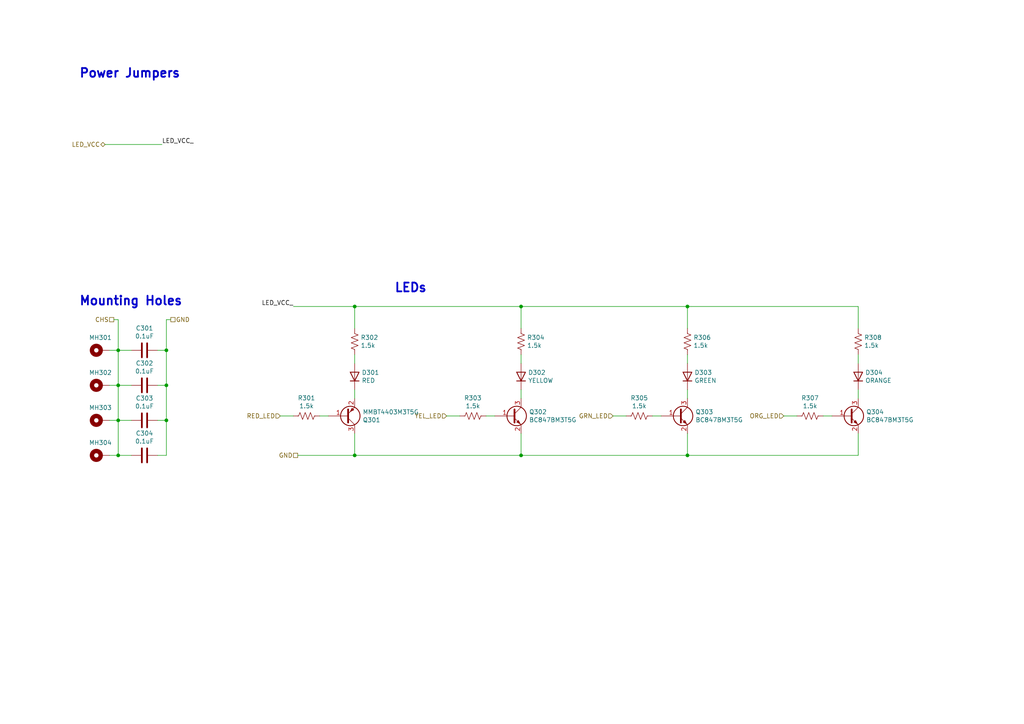
<source format=kicad_sch>
(kicad_sch (version 20211123) (generator eeschema)
  (paper "A4")
  (lib_symbols
    (symbol "Device:C" (pin_numbers hide) (pin_names (offset 0.254))
      (property "Reference" "C" (at 0.635 2.54 0))
      (property "Value" "C" (at 0.635 -2.54 0))
      (symbol "C_0_1"
        (polyline (pts (xy -2.032 -0.762) (xy 2.032 -0.762)) (stroke (width 0.508)))
        (polyline (pts (xy -2.032 0.762) (xy 2.032 0.762)) (stroke (width 0.508)))
      )
      (symbol "C_1_1"
        (pin passive line (at 0 3.81 270) (length 2.794) (name "~") (number "1"))
        (pin passive line (at 0 -3.81 90) (length 2.794) (name "~") (number "2"))
      )
    )
    (symbol "Device:D" (pin_numbers hide) (pin_names (offset 1.016) hide)
      (property "Reference" "D" (at 0 2.54 0))
      (property "Value" "D" (at 0 -2.54 0))
      (symbol "D_0_1"
        (polyline (pts (xy -1.27 1.27) (xy -1.27 -1.27)) (stroke (width 0.254)))
        (polyline (pts (xy 1.27 0) (xy -1.27 0)))
        (polyline (pts (xy 1.27 1.27) (xy 1.27 -1.27) (xy -1.27 0) (xy 1.27 1.27)) (stroke (width 0.254)))
      )
      (symbol "D_1_1"
        (pin passive line (at -3.81 0 0) (length 2.54) (name "K") (number "1"))
        (pin passive line (at 3.81 0 180) (length 2.54) (name "A") (number "2"))
      )
    )
    (symbol "Device:Q_NPN_BEC" (pin_names (offset 0) hide)
      (property "Reference" "Q" (at 5.08 1.27 0))
      (property "Value" "Q_NPN_BEC" (at 5.08 -1.27 0))
      (symbol "Q_NPN_BEC_0_1"
        (polyline (pts (xy 0.635 0.635) (xy 2.54 2.54)))
        (polyline (pts (xy 0.635 -0.635) (xy 2.54 -2.54) (xy 2.54 -2.54)))
        (polyline (pts (xy 0.635 1.905) (xy 0.635 -1.905) (xy 0.635 -1.905)) (stroke (width 0.508)))
        (polyline (pts (xy 1.27 -1.778) (xy 1.778 -1.27) (xy 2.286 -2.286) (xy 1.27 -1.778) (xy 1.27 -1.778)) (fill (type outline)))
        (circle (center 1.27 0) (radius 2.8194) (stroke (width 0.254)))
      )
      (symbol "Q_NPN_BEC_1_1"
        (pin input line (at -5.08 0 0) (length 5.715) (name "B") (number "1"))
        (pin passive line (at 2.54 -5.08 90) (length 2.54) (name "E") (number "2"))
        (pin passive line (at 2.54 5.08 270) (length 2.54) (name "C") (number "3"))
      )
    )
    (symbol "Device:Q_PNP_BEC" (pin_names (offset 0) hide)
      (property "Reference" "Q" (at 5.08 1.27 0))
      (property "Value" "Q_PNP_BEC" (at 5.08 -1.27 0))
      (symbol "Q_PNP_BEC_0_1"
        (polyline (pts (xy 0.635 0.635) (xy 2.54 2.54)))
        (polyline (pts (xy 0.635 -0.635) (xy 2.54 -2.54) (xy 2.54 -2.54)))
        (polyline (pts (xy 0.635 1.905) (xy 0.635 -1.905) (xy 0.635 -1.905)) (stroke (width 0.508)))
        (polyline (pts (xy 2.286 -1.778) (xy 1.778 -2.286) (xy 1.27 -1.27) (xy 2.286 -1.778) (xy 2.286 -1.778)) (fill (type outline)))
        (circle (center 1.27 0) (radius 2.8194) (stroke (width 0.254)))
      )
      (symbol "Q_PNP_BEC_1_1"
        (pin input line (at -5.08 0 0) (length 5.715) (name "B") (number "1"))
        (pin passive line (at 2.54 -5.08 90) (length 2.54) (name "E") (number "2"))
        (pin passive line (at 2.54 5.08 270) (length 2.54) (name "C") (number "3"))
      )
    )
    (symbol "Device:R_US" (pin_numbers hide) (pin_names (offset 0))
      (property "Reference" "R" (at 2.54 0 90))
      (property "Value" "R_US" (at -2.54 0 90))
      (symbol "R_US_0_1"
        (polyline (pts (xy 0 -2.286) (xy 0 -2.54)))
        (polyline (pts (xy 0 2.286) (xy 0 2.54)))
        (polyline (pts (xy 0 -0.762) (xy 1.016 -1.143) (xy 0 -1.524) (xy -1.016 -1.905) (xy 0 -2.286)))
        (polyline (pts (xy 0 0.762) (xy 1.016 0.381) (xy 0 0) (xy -1.016 -0.381) (xy 0 -0.762)))
        (polyline (pts (xy 0 2.286) (xy 1.016 1.905) (xy 0 1.524) (xy -1.016 1.143) (xy 0 0.762)))
      )
      (symbol "R_US_1_1"
        (pin passive line (at 0 3.81 270) (length 1.27) (name "~") (number "1"))
        (pin passive line (at 0 -3.81 90) (length 1.27) (name "~") (number "2"))
      )
    )
    (symbol "Mechanical:MountingHole_Pad" (pin_numbers hide) (pin_names (offset 1.016) hide)
      (property "Reference" "H" (at 0 6.35 0))
      (property "Value" "MountingHole_Pad" (at 0 4.445 0))
      (symbol "MountingHole_Pad_0_1"
        (circle (center 0 1.27) (radius 1.27) (stroke (width 1.27)))
      )
      (symbol "MountingHole_Pad_1_1"
        (pin input line (at 0 -2.54 90) (length 2.54) (name "1") (number "1"))
      )
    )
  )
  (junction (at 102.87 88.9))
  (junction (at 151.13 132.08))
  (junction (at 199.39 88.9))
  (junction (at 102.87 132.08))
  (junction (at 151.13 88.9))
  (junction (at 34.29 132.08))
  (junction (at 48.26 101.6))
  (junction (at 34.29 111.76))
  (junction (at 199.39 132.08))
  (junction (at 48.26 121.92))
  (junction (at 34.29 121.92))
  (junction (at 34.29 101.6))
  (junction (at 48.26 111.76))
  (wire (pts (xy 102.87 88.9) (xy 102.87 95.25)))
  (wire (pts (xy 38.1 101.6) (xy 34.29 101.6)))
  (wire (pts (xy 102.87 88.9) (xy 151.13 88.9)))
  (wire (pts (xy 34.29 92.71) (xy 34.29 101.6)))
  (wire (pts (xy 151.13 132.08) (xy 151.13 125.73)))
  (wire (pts (xy 48.26 101.6) (xy 48.26 111.76)))
  (wire (pts (xy 34.29 121.92) (xy 34.29 132.08)))
  (wire (pts (xy 34.29 132.08) (xy 31.75 132.08)))
  (wire (pts (xy 231.14 120.65) (xy 227.33 120.65)))
  (wire (pts (xy 199.39 102.87) (xy 199.39 105.41)))
  (wire (pts (xy 191.77 120.65) (xy 189.23 120.65)))
  (wire (pts (xy 133.35 120.65) (xy 129.54 120.65)))
  (wire (pts (xy 48.26 132.08) (xy 45.72 132.08)))
  (wire (pts (xy 248.92 88.9) (xy 248.92 95.25)))
  (wire (pts (xy 31.75 111.76) (xy 34.29 111.76)))
  (wire (pts (xy 102.87 102.87) (xy 102.87 105.41)))
  (wire (pts (xy 38.1 121.92) (xy 34.29 121.92)))
  (wire (pts (xy 143.51 120.65) (xy 140.97 120.65)))
  (wire (pts (xy 248.92 102.87) (xy 248.92 105.41)))
  (wire (pts (xy 199.39 113.03) (xy 199.39 115.57)))
  (wire (pts (xy 151.13 88.9) (xy 151.13 95.25)))
  (wire (pts (xy 34.29 132.08) (xy 38.1 132.08)))
  (wire (pts (xy 85.09 88.9) (xy 102.87 88.9)))
  (wire (pts (xy 248.92 113.03) (xy 248.92 115.57)))
  (wire (pts (xy 102.87 132.08) (xy 151.13 132.08)))
  (wire (pts (xy 199.39 88.9) (xy 199.39 95.25)))
  (wire (pts (xy 86.36 132.08) (xy 102.87 132.08)))
  (wire (pts (xy 34.29 111.76) (xy 38.1 111.76)))
  (wire (pts (xy 151.13 88.9) (xy 199.39 88.9)))
  (wire (pts (xy 95.25 120.65) (xy 92.71 120.65)))
  (wire (pts (xy 48.26 121.92) (xy 48.26 132.08)))
  (wire (pts (xy 85.09 120.65) (xy 81.28 120.65)))
  (wire (pts (xy 151.13 113.03) (xy 151.13 115.57)))
  (wire (pts (xy 181.61 120.65) (xy 177.8 120.65)))
  (wire (pts (xy 34.29 101.6) (xy 31.75 101.6)))
  (wire (pts (xy 48.26 101.6) (xy 48.26 92.71)))
  (wire (pts (xy 199.39 132.08) (xy 248.92 132.08)))
  (wire (pts (xy 33.02 92.71) (xy 34.29 92.71)))
  (wire (pts (xy 248.92 132.08) (xy 248.92 125.73)))
  (wire (pts (xy 102.87 132.08) (xy 102.87 125.73)))
  (wire (pts (xy 151.13 102.87) (xy 151.13 105.41)))
  (wire (pts (xy 151.13 132.08) (xy 199.39 132.08)))
  (wire (pts (xy 30.48 41.91) (xy 46.99 41.91)))
  (wire (pts (xy 48.26 92.71) (xy 49.53 92.71)))
  (wire (pts (xy 241.3 120.65) (xy 238.76 120.65)))
  (wire (pts (xy 102.87 113.03) (xy 102.87 115.57)))
  (wire (pts (xy 45.72 101.6) (xy 48.26 101.6)))
  (wire (pts (xy 31.75 121.92) (xy 34.29 121.92)))
  (wire (pts (xy 34.29 111.76) (xy 34.29 121.92)))
  (wire (pts (xy 34.29 101.6) (xy 34.29 111.76)))
  (wire (pts (xy 45.72 121.92) (xy 48.26 121.92)))
  (wire (pts (xy 45.72 111.76) (xy 48.26 111.76)))
  (wire (pts (xy 199.39 88.9) (xy 248.92 88.9)))
  (wire (pts (xy 199.39 132.08) (xy 199.39 125.73)))
  (wire (pts (xy 48.26 111.76) (xy 48.26 121.92)))
  (text "Power Jumpers" (at 22.86 22.86 0) (effects (font (size 2.54 2.54) (thickness 0.508) bold) (justify left bottom)))
  (text "Mounting Holes" (at 22.86 88.9 0) (effects (font (size 2.54 2.54) (thickness 0.508) bold) (justify left bottom)))
  (text "do we even need power thru usb?\nusb data transmission only needs a common ground" (at 12.7 -7.62 0) (effects (font (size 2.54 2.54) (thickness 0.508) bold italic) (justify left bottom)))
  (text "LEDs" (at 114.3 85.09 0) (effects (font (size 2.54 2.54) (thickness 0.508) bold) (justify left bottom)))
  (label "LED_VCC_" (at 85.09 88.9 180))
  (label "LED_VCC_" (at 46.99 41.91 0))
  (hierarchical_label "YEL_LED" (shape input) (at 129.54 120.65 180))
  (hierarchical_label "LED_VCC" (shape bidirectional) (at 30.48 41.91 180))
  (hierarchical_label "GND" (shape passive) (at 49.53 92.71 0))
  (hierarchical_label "GRN_LED" (shape input) (at 177.8 120.65 180))
  (hierarchical_label "ORG_LED" (shape input) (at 227.33 120.65 180))
  (hierarchical_label "CHS" (shape passive) (at 33.02 92.71 180))
  (hierarchical_label "RED_LED" (shape input) (at 81.28 120.65 180))
  (hierarchical_label "GND" (shape passive) (at 86.36 132.08 180))
  (symbol (lib_id "Device:R_US") (at 102.87 99.06 0) (unit 1)
    (property "Reference" "R302" (at 104.5972 97.8916 0) (effects (justify left)))
    (property "Value" "1.5k" (at 104.5972 100.203 0) (effects (justify left)))
    (property "Footprint" "Resistor_SMD:R_0402_1005Metric" (effects hide))
  )
  (symbol (lib_id "Device:D") (at 102.87 109.22 90) (unit 1)
    (property "Reference" "D301" (at 104.902 108.0516 90) (effects (justify right)))
    (property "Value" "RED" (at 104.902 110.363 90) (effects (justify right)))
    (property "Footprint" "SLI-Blank-Card:APA2107x" (effects hide))
    (property "Datasheet" "APA2107LSECK/J3-PRV" (effects hide))
    (property "Manufacturer_Part_Number" "APA2107LSECK/J3-PRV" (effects hide))
  )
  (symbol (lib_id "Device:Q_PNP_BEC") (at 100.33 120.65 0) (mirror x) (unit 1)
    (property "Reference" "Q301" (at 105.1814 121.8184 0) (effects (justify left)))
    (property "Value" "MMBT4403M3T5G" (at 105.1814 119.507 0) (effects (justify left)))
    (property "Footprint" "Package_TO_SOT_SMD:SOT-723" (effects hide))
    (property "Manufacturer_Part_Number" "MMBT4403M3T5G" (effects hide))
  )
  (symbol (lib_id "Device:R_US") (at 88.9 120.65 270) (unit 1)
    (property "Reference" "R301" (at 88.9 115.443 90))
    (property "Value" "1.5k" (at 88.9 117.7544 90))
    (property "Footprint" "Resistor_SMD:R_0402_1005Metric" (effects hide))
  )
  (symbol (lib_id "Device:R_US") (at 151.13 99.06 0) (unit 1)
    (property "Reference" "R304" (at 152.8572 97.8916 0) (effects (justify left)))
    (property "Value" "1.5k" (at 152.8572 100.203 0) (effects (justify left)))
    (property "Footprint" "Resistor_SMD:R_0402_1005Metric" (effects hide))
  )
  (symbol (lib_id "Device:D") (at 151.13 109.22 90) (unit 1)
    (property "Reference" "D302" (at 153.162 108.0516 90) (effects (justify right)))
    (property "Value" "YELLOW" (at 153.162 110.363 90) (effects (justify right)))
    (property "Footprint" "SLI-Blank-Card:APA2107x" (effects hide))
    (property "Datasheet" "APA2107SYCK/J3-PRV" (effects hide))
    (property "Manufacturer_Part_Number" "APA2107SYCK/J3-PRV" (effects hide))
  )
  (symbol (lib_id "Device:R_US") (at 137.16 120.65 270) (unit 1)
    (property "Reference" "R303" (at 137.16 115.443 90))
    (property "Value" "1.5k" (at 137.16 117.7544 90))
    (property "Footprint" "Resistor_SMD:R_0402_1005Metric" (effects hide))
  )
  (symbol (lib_id "Device:R_US") (at 199.39 99.06 0) (unit 1)
    (property "Reference" "R306" (at 201.1172 97.8916 0) (effects (justify left)))
    (property "Value" "1.5k" (at 201.1172 100.203 0) (effects (justify left)))
    (property "Footprint" "Resistor_SMD:R_0402_1005Metric" (effects hide))
  )
  (symbol (lib_id "Device:D") (at 199.39 109.22 90) (unit 1)
    (property "Reference" "D303" (at 201.422 108.0516 90) (effects (justify right)))
    (property "Value" "GREEN" (at 201.422 110.363 90) (effects (justify right)))
    (property "Footprint" "SLI-Blank-Card:APA2107x" (effects hide))
    (property "Datasheet" "APA2107CGCK" (effects hide))
    (property "Manufacturer_Part_Number" "APA2107CGCK" (effects hide))
  )
  (symbol (lib_id "Device:R_US") (at 185.42 120.65 270) (unit 1)
    (property "Reference" "R305" (at 185.42 115.443 90))
    (property "Value" "1.5k" (at 185.42 117.7544 90))
    (property "Footprint" "Resistor_SMD:R_0402_1005Metric" (effects hide))
  )
  (symbol (lib_id "Device:R_US") (at 248.92 99.06 0) (unit 1)
    (property "Reference" "R308" (at 250.6472 97.8916 0) (effects (justify left)))
    (property "Value" "1.5k" (at 250.6472 100.203 0) (effects (justify left)))
    (property "Footprint" "Resistor_SMD:R_0402_1005Metric" (effects hide))
  )
  (symbol (lib_id "Device:D") (at 248.92 109.22 90) (unit 1)
    (property "Reference" "D304" (at 250.952 108.0516 90) (effects (justify right)))
    (property "Value" "ORANGE" (at 250.952 110.363 90) (effects (justify right)))
    (property "Footprint" "SLI-Blank-Card:APA2107x" (effects hide))
    (property "Datasheet" "APA2107SECK/J4-PRV" (effects hide))
    (property "Manufacturer_Part_Number" "APA2107SECK/J4-PRV" (effects hide))
  )
  (symbol (lib_id "Device:R_US") (at 234.95 120.65 270) (unit 1)
    (property "Reference" "R307" (at 234.95 115.443 90))
    (property "Value" "1.5k" (at 234.95 117.7544 90))
    (property "Footprint" "Resistor_SMD:R_0402_1005Metric" (effects hide))
  )
  (symbol (lib_id "Device:Q_NPN_BEC") (at 148.59 120.65 0) (unit 1)
    (property "Reference" "Q302" (at 153.4414 119.4816 0) (effects (justify left)))
    (property "Value" "BC847BM3T5G" (at 153.4414 121.793 0) (effects (justify left)))
    (property "Footprint" "Package_TO_SOT_SMD:SOT-723" (effects hide))
    (property "Manufacturer_Part_Number" "BC847BM3T5G" (effects hide))
  )
  (symbol (lib_id "Device:Q_NPN_BEC") (at 196.85 120.65 0) (unit 1)
    (property "Reference" "Q303" (at 201.7014 119.4816 0) (effects (justify left)))
    (property "Value" "BC847BM3T5G" (at 201.7014 121.793 0) (effects (justify left)))
    (property "Footprint" "Package_TO_SOT_SMD:SOT-723" (effects hide))
    (property "Manufacturer_Part_Number" "BC847BM3T5G" (effects hide))
  )
  (symbol (lib_id "Device:Q_NPN_BEC") (at 246.38 120.65 0) (unit 1)
    (property "Reference" "Q304" (at 251.2314 119.4816 0) (effects (justify left)))
    (property "Value" "BC847BM3T5G" (at 251.2314 121.793 0) (effects (justify left)))
    (property "Footprint" "Package_TO_SOT_SMD:SOT-723" (effects hide))
    (property "Manufacturer_Part_Number" "BC847BM3T5G" (effects hide))
  )
  (symbol (lib_id "Mechanical:MountingHole_Pad") (at 29.21 101.6 90) (unit 1)
    (property "Reference" "MH301" (at 29.1338 97.917 90))
    (property "Value" "MountingHole_Pad" (effects hide))
    (property "Footprint" "SLI-Blank-Card:125mil_hole" (effects hide))
  )
  (symbol (lib_id "Mechanical:MountingHole_Pad") (at 29.21 111.76 90) (unit 1)
    (property "Reference" "MH302" (at 29.1338 108.077 90))
    (property "Value" "SLI-Backplane-Blank-Card-KiCad:125mil_hole" (effects hide))
    (property "Footprint" "SLI-Blank-Card:125mil_hole" (effects hide))
  )
  (symbol (lib_id "Mechanical:MountingHole_Pad") (at 29.21 121.92 90) (unit 1)
    (property "Reference" "MH303" (at 29.1338 118.237 90))
    (property "Value" "SLI-Backplane-Blank-Card-KiCad:125mil_hole" (effects hide))
    (property "Footprint" "SLI-Blank-Card:125mil_hole" (effects hide))
  )
  (symbol (lib_id "Mechanical:MountingHole_Pad") (at 29.21 132.08 90) (unit 1)
    (property "Reference" "MH304" (at 29.1338 128.397 90))
    (property "Value" "SLI-Backplane-Blank-Card-KiCad:125mil_hole" (effects hide))
    (property "Footprint" "SLI-Blank-Card:125mil_hole" (effects hide))
  )
  (symbol (lib_id "Device:C") (at 41.91 101.6 270) (unit 1)
    (property "Reference" "C301" (at 41.91 95.1992 90))
    (property "Value" "0.1uF" (at 41.91 97.5106 90))
    (property "Footprint" "Capacitor_SMD:C_0402_1005Metric" (effects hide))
  )
  (symbol (lib_id "Device:C") (at 41.91 111.76 270) (unit 1)
    (property "Reference" "C302" (at 41.91 105.3592 90))
    (property "Value" "0.1uF" (at 41.91 107.6706 90))
    (property "Footprint" "Capacitor_SMD:C_0402_1005Metric" (effects hide))
  )
  (symbol (lib_id "Device:C") (at 41.91 121.92 270) (unit 1)
    (property "Reference" "C303" (at 41.91 115.5192 90))
    (property "Value" "0.1uF" (at 41.91 117.8306 90))
    (property "Footprint" "Capacitor_SMD:C_0402_1005Metric" (effects hide))
  )
  (symbol (lib_id "Device:C") (at 41.91 132.08 270) (unit 1)
    (property "Reference" "C304" (at 41.91 125.6792 90))
    (property "Value" "0.1uF" (at 41.91 127.9906 90))
    (property "Footprint" "Capacitor_SMD:C_0402_1005Metric" (effects hide))
  )
)
</source>
